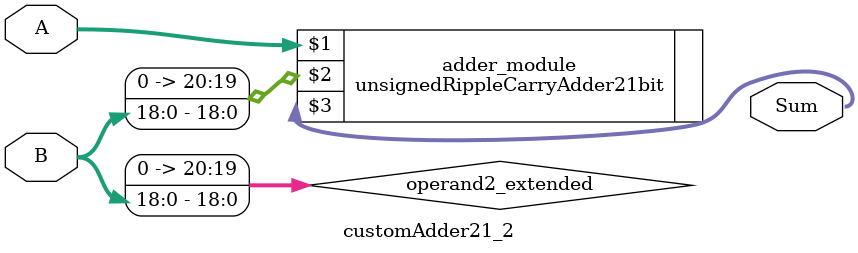
<source format=v>

module customAdder21_2(
                    input [20 : 0] A,
                    input [18 : 0] B,
                    
                    output [21 : 0] Sum
            );

    wire [20 : 0] operand2_extended;
    
    assign operand2_extended =  {2'b0, B};
    
    unsignedRippleCarryAdder21bit adder_module(
        A,
        operand2_extended,
        Sum
    );
    
endmodule
        
</source>
